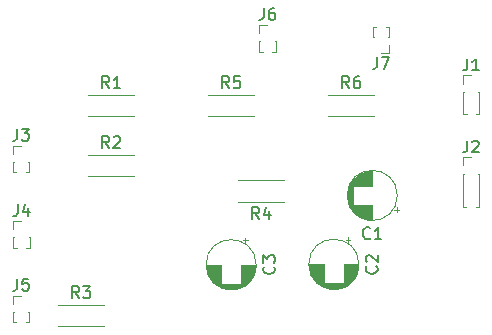
<source format=gbr>
%TF.GenerationSoftware,KiCad,Pcbnew,(6.0.10-0)*%
%TF.CreationDate,2023-01-15T22:19:43+09:00*%
%TF.ProjectId,interface,696e7465-7266-4616-9365-2e6b69636164,rev?*%
%TF.SameCoordinates,Original*%
%TF.FileFunction,Legend,Top*%
%TF.FilePolarity,Positive*%
%FSLAX46Y46*%
G04 Gerber Fmt 4.6, Leading zero omitted, Abs format (unit mm)*
G04 Created by KiCad (PCBNEW (6.0.10-0)) date 2023-01-15 22:19:43*
%MOMM*%
%LPD*%
G01*
G04 APERTURE LIST*
%ADD10C,0.150000*%
%ADD11C,0.120000*%
G04 APERTURE END LIST*
D10*
%TO.C,R4*%
X142073333Y-103602380D02*
X141740000Y-103126190D01*
X141501904Y-103602380D02*
X141501904Y-102602380D01*
X141882857Y-102602380D01*
X141978095Y-102650000D01*
X142025714Y-102697619D01*
X142073333Y-102792857D01*
X142073333Y-102935714D01*
X142025714Y-103030952D01*
X141978095Y-103078571D01*
X141882857Y-103126190D01*
X141501904Y-103126190D01*
X142930476Y-102935714D02*
X142930476Y-103602380D01*
X142692380Y-102554761D02*
X142454285Y-103269047D01*
X143073333Y-103269047D01*
%TO.C,J4*%
X121621536Y-102348630D02*
X121621536Y-103062916D01*
X121573917Y-103205773D01*
X121478679Y-103301011D01*
X121335822Y-103348630D01*
X121240584Y-103348630D01*
X122526298Y-102681964D02*
X122526298Y-103348630D01*
X122288203Y-102301011D02*
X122050108Y-103015297D01*
X122669155Y-103015297D01*
%TO.C,J3*%
X121586666Y-95952380D02*
X121586666Y-96666666D01*
X121539047Y-96809523D01*
X121443809Y-96904761D01*
X121300952Y-96952380D01*
X121205714Y-96952380D01*
X121967619Y-95952380D02*
X122586666Y-95952380D01*
X122253333Y-96333333D01*
X122396190Y-96333333D01*
X122491428Y-96380952D01*
X122539047Y-96428571D01*
X122586666Y-96523809D01*
X122586666Y-96761904D01*
X122539047Y-96857142D01*
X122491428Y-96904761D01*
X122396190Y-96952380D01*
X122110476Y-96952380D01*
X122015238Y-96904761D01*
X121967619Y-96857142D01*
%TO.C,J6*%
X142448390Y-85747380D02*
X142448390Y-86461666D01*
X142400771Y-86604523D01*
X142305533Y-86699761D01*
X142162676Y-86747380D01*
X142067438Y-86747380D01*
X143353152Y-85747380D02*
X143162676Y-85747380D01*
X143067438Y-85795000D01*
X143019819Y-85842619D01*
X142924581Y-85985476D01*
X142876962Y-86175952D01*
X142876962Y-86556904D01*
X142924581Y-86652142D01*
X142972200Y-86699761D01*
X143067438Y-86747380D01*
X143257914Y-86747380D01*
X143353152Y-86699761D01*
X143400771Y-86652142D01*
X143448390Y-86556904D01*
X143448390Y-86318809D01*
X143400771Y-86223571D01*
X143353152Y-86175952D01*
X143257914Y-86128333D01*
X143067438Y-86128333D01*
X142972200Y-86175952D01*
X142924581Y-86223571D01*
X142876962Y-86318809D01*
%TO.C,R6*%
X149693333Y-92512380D02*
X149360000Y-92036190D01*
X149121904Y-92512380D02*
X149121904Y-91512380D01*
X149502857Y-91512380D01*
X149598095Y-91560000D01*
X149645714Y-91607619D01*
X149693333Y-91702857D01*
X149693333Y-91845714D01*
X149645714Y-91940952D01*
X149598095Y-91988571D01*
X149502857Y-92036190D01*
X149121904Y-92036190D01*
X150550476Y-91512380D02*
X150360000Y-91512380D01*
X150264761Y-91560000D01*
X150217142Y-91607619D01*
X150121904Y-91750476D01*
X150074285Y-91940952D01*
X150074285Y-92321904D01*
X150121904Y-92417142D01*
X150169523Y-92464761D01*
X150264761Y-92512380D01*
X150455238Y-92512380D01*
X150550476Y-92464761D01*
X150598095Y-92417142D01*
X150645714Y-92321904D01*
X150645714Y-92083809D01*
X150598095Y-91988571D01*
X150550476Y-91940952D01*
X150455238Y-91893333D01*
X150264761Y-91893333D01*
X150169523Y-91940952D01*
X150121904Y-91988571D01*
X150074285Y-92083809D01*
%TO.C,R5*%
X139533333Y-92512380D02*
X139200000Y-92036190D01*
X138961904Y-92512380D02*
X138961904Y-91512380D01*
X139342857Y-91512380D01*
X139438095Y-91560000D01*
X139485714Y-91607619D01*
X139533333Y-91702857D01*
X139533333Y-91845714D01*
X139485714Y-91940952D01*
X139438095Y-91988571D01*
X139342857Y-92036190D01*
X138961904Y-92036190D01*
X140438095Y-91512380D02*
X139961904Y-91512380D01*
X139914285Y-91988571D01*
X139961904Y-91940952D01*
X140057142Y-91893333D01*
X140295238Y-91893333D01*
X140390476Y-91940952D01*
X140438095Y-91988571D01*
X140485714Y-92083809D01*
X140485714Y-92321904D01*
X140438095Y-92417142D01*
X140390476Y-92464761D01*
X140295238Y-92512380D01*
X140057142Y-92512380D01*
X139961904Y-92464761D01*
X139914285Y-92417142D01*
%TO.C,R3*%
X126833333Y-110292380D02*
X126500000Y-109816190D01*
X126261904Y-110292380D02*
X126261904Y-109292380D01*
X126642857Y-109292380D01*
X126738095Y-109340000D01*
X126785714Y-109387619D01*
X126833333Y-109482857D01*
X126833333Y-109625714D01*
X126785714Y-109720952D01*
X126738095Y-109768571D01*
X126642857Y-109816190D01*
X126261904Y-109816190D01*
X127166666Y-109292380D02*
X127785714Y-109292380D01*
X127452380Y-109673333D01*
X127595238Y-109673333D01*
X127690476Y-109720952D01*
X127738095Y-109768571D01*
X127785714Y-109863809D01*
X127785714Y-110101904D01*
X127738095Y-110197142D01*
X127690476Y-110244761D01*
X127595238Y-110292380D01*
X127309523Y-110292380D01*
X127214285Y-110244761D01*
X127166666Y-110197142D01*
%TO.C,R2*%
X129373333Y-97592380D02*
X129040000Y-97116190D01*
X128801904Y-97592380D02*
X128801904Y-96592380D01*
X129182857Y-96592380D01*
X129278095Y-96640000D01*
X129325714Y-96687619D01*
X129373333Y-96782857D01*
X129373333Y-96925714D01*
X129325714Y-97020952D01*
X129278095Y-97068571D01*
X129182857Y-97116190D01*
X128801904Y-97116190D01*
X129754285Y-96687619D02*
X129801904Y-96640000D01*
X129897142Y-96592380D01*
X130135238Y-96592380D01*
X130230476Y-96640000D01*
X130278095Y-96687619D01*
X130325714Y-96782857D01*
X130325714Y-96878095D01*
X130278095Y-97020952D01*
X129706666Y-97592380D01*
X130325714Y-97592380D01*
%TO.C,R1*%
X129373333Y-92512380D02*
X129040000Y-92036190D01*
X128801904Y-92512380D02*
X128801904Y-91512380D01*
X129182857Y-91512380D01*
X129278095Y-91560000D01*
X129325714Y-91607619D01*
X129373333Y-91702857D01*
X129373333Y-91845714D01*
X129325714Y-91940952D01*
X129278095Y-91988571D01*
X129182857Y-92036190D01*
X128801904Y-92036190D01*
X130325714Y-92512380D02*
X129754285Y-92512380D01*
X130040000Y-92512380D02*
X130040000Y-91512380D01*
X129944761Y-91655238D01*
X129849523Y-91750476D01*
X129754285Y-91798095D01*
%TO.C,J7*%
X152066666Y-89871130D02*
X152066666Y-90585416D01*
X152019047Y-90728273D01*
X151923809Y-90823511D01*
X151780952Y-90871130D01*
X151685714Y-90871130D01*
X152447619Y-89871130D02*
X153114285Y-89871130D01*
X152685714Y-90871130D01*
%TO.C,J5*%
X121586666Y-108652380D02*
X121586666Y-109366666D01*
X121539047Y-109509523D01*
X121443809Y-109604761D01*
X121300952Y-109652380D01*
X121205714Y-109652380D01*
X122539047Y-108652380D02*
X122062857Y-108652380D01*
X122015238Y-109128571D01*
X122062857Y-109080952D01*
X122158095Y-109033333D01*
X122396190Y-109033333D01*
X122491428Y-109080952D01*
X122539047Y-109128571D01*
X122586666Y-109223809D01*
X122586666Y-109461904D01*
X122539047Y-109557142D01*
X122491428Y-109604761D01*
X122396190Y-109652380D01*
X122158095Y-109652380D01*
X122062857Y-109604761D01*
X122015238Y-109557142D01*
%TO.C,J2*%
X159686666Y-96952380D02*
X159686666Y-97666666D01*
X159639047Y-97809523D01*
X159543809Y-97904761D01*
X159400952Y-97952380D01*
X159305714Y-97952380D01*
X160115238Y-97047619D02*
X160162857Y-97000000D01*
X160258095Y-96952380D01*
X160496190Y-96952380D01*
X160591428Y-97000000D01*
X160639047Y-97047619D01*
X160686666Y-97142857D01*
X160686666Y-97238095D01*
X160639047Y-97380952D01*
X160067619Y-97952380D01*
X160686666Y-97952380D01*
%TO.C,J1*%
X159698692Y-90017380D02*
X159698692Y-90731666D01*
X159651073Y-90874523D01*
X159555835Y-90969761D01*
X159412978Y-91017380D01*
X159317740Y-91017380D01*
X160698692Y-91017380D02*
X160127264Y-91017380D01*
X160412978Y-91017380D02*
X160412978Y-90017380D01*
X160317740Y-90160238D01*
X160222502Y-90255476D01*
X160127264Y-90303095D01*
%TO.C,C3*%
X143307142Y-107634112D02*
X143354761Y-107681731D01*
X143402380Y-107824588D01*
X143402380Y-107919826D01*
X143354761Y-108062684D01*
X143259523Y-108157922D01*
X143164285Y-108205541D01*
X142973809Y-108253160D01*
X142830952Y-108253160D01*
X142640476Y-108205541D01*
X142545238Y-108157922D01*
X142450000Y-108062684D01*
X142402380Y-107919826D01*
X142402380Y-107824588D01*
X142450000Y-107681731D01*
X142497619Y-107634112D01*
X142402380Y-107300779D02*
X142402380Y-106681731D01*
X142783333Y-107015065D01*
X142783333Y-106872207D01*
X142830952Y-106776969D01*
X142878571Y-106729350D01*
X142973809Y-106681731D01*
X143211904Y-106681731D01*
X143307142Y-106729350D01*
X143354761Y-106776969D01*
X143402380Y-106872207D01*
X143402380Y-107157922D01*
X143354761Y-107253160D01*
X143307142Y-107300779D01*
%TO.C,C2*%
X152007142Y-107596666D02*
X152054761Y-107644285D01*
X152102380Y-107787142D01*
X152102380Y-107882380D01*
X152054761Y-108025238D01*
X151959523Y-108120476D01*
X151864285Y-108168095D01*
X151673809Y-108215714D01*
X151530952Y-108215714D01*
X151340476Y-108168095D01*
X151245238Y-108120476D01*
X151150000Y-108025238D01*
X151102380Y-107882380D01*
X151102380Y-107787142D01*
X151150000Y-107644285D01*
X151197619Y-107596666D01*
X151197619Y-107215714D02*
X151150000Y-107168095D01*
X151102380Y-107072857D01*
X151102380Y-106834761D01*
X151150000Y-106739523D01*
X151197619Y-106691904D01*
X151292857Y-106644285D01*
X151388095Y-106644285D01*
X151530952Y-106691904D01*
X152102380Y-107263333D01*
X152102380Y-106644285D01*
%TO.C,C1*%
X151483333Y-105207142D02*
X151435714Y-105254761D01*
X151292857Y-105302380D01*
X151197619Y-105302380D01*
X151054761Y-105254761D01*
X150959523Y-105159523D01*
X150911904Y-105064285D01*
X150864285Y-104873809D01*
X150864285Y-104730952D01*
X150911904Y-104540476D01*
X150959523Y-104445238D01*
X151054761Y-104350000D01*
X151197619Y-104302380D01*
X151292857Y-104302380D01*
X151435714Y-104350000D01*
X151483333Y-104397619D01*
X152435714Y-105302380D02*
X151864285Y-105302380D01*
X152150000Y-105302380D02*
X152150000Y-104302380D01*
X152054761Y-104445238D01*
X151959523Y-104540476D01*
X151864285Y-104588095D01*
D11*
%TO.C,R4*%
X144160000Y-100310000D02*
X140320000Y-100310000D01*
X144160000Y-102150000D02*
X140320000Y-102150000D01*
%TO.C,J4*%
X121259870Y-105141250D02*
X121346594Y-105141250D01*
X121259870Y-103771250D02*
X121954870Y-103771250D01*
X121259870Y-105141250D02*
X121259870Y-106016250D01*
X121259870Y-106016250D02*
X121560377Y-106016250D01*
X122563146Y-105141250D02*
X122649870Y-105141250D01*
X122349363Y-106016250D02*
X122649870Y-106016250D01*
X121259870Y-104456250D02*
X121259870Y-103771250D01*
X122649870Y-105141250D02*
X122649870Y-106016250D01*
%TO.C,J3*%
X121225000Y-98745000D02*
X121311724Y-98745000D01*
X121225000Y-97375000D02*
X121920000Y-97375000D01*
X121225000Y-98745000D02*
X121225000Y-99620000D01*
X121225000Y-99620000D02*
X121525507Y-99620000D01*
X122528276Y-98745000D02*
X122615000Y-98745000D01*
X122314493Y-99620000D02*
X122615000Y-99620000D01*
X121225000Y-98060000D02*
X121225000Y-97375000D01*
X122615000Y-98745000D02*
X122615000Y-99620000D01*
%TO.C,J6*%
X142086724Y-88540000D02*
X142173448Y-88540000D01*
X142086724Y-87170000D02*
X142781724Y-87170000D01*
X142086724Y-88540000D02*
X142086724Y-89415000D01*
X142086724Y-89415000D02*
X142387231Y-89415000D01*
X143390000Y-88540000D02*
X143476724Y-88540000D01*
X143176217Y-89415000D02*
X143476724Y-89415000D01*
X142086724Y-87855000D02*
X142086724Y-87170000D01*
X143476724Y-88540000D02*
X143476724Y-89415000D01*
%TO.C,R6*%
X147940000Y-94900000D02*
X151780000Y-94900000D01*
X147940000Y-93060000D02*
X151780000Y-93060000D01*
%TO.C,R5*%
X137780000Y-94900000D02*
X141620000Y-94900000D01*
X137780000Y-93060000D02*
X141620000Y-93060000D01*
%TO.C,R3*%
X125080000Y-112680000D02*
X128920000Y-112680000D01*
X125080000Y-110840000D02*
X128920000Y-110840000D01*
%TO.C,R2*%
X127620000Y-99980000D02*
X131460000Y-99980000D01*
X127620000Y-98140000D02*
X131460000Y-98140000D01*
%TO.C,R1*%
X127620000Y-94900000D02*
X131460000Y-94900000D01*
X127620000Y-93060000D02*
X131460000Y-93060000D01*
%TO.C,J7*%
X153095000Y-88173750D02*
X153008276Y-88173750D01*
X153095000Y-89543750D02*
X152400000Y-89543750D01*
X153095000Y-88173750D02*
X153095000Y-87298750D01*
X153095000Y-87298750D02*
X152794493Y-87298750D01*
X151791724Y-88173750D02*
X151705000Y-88173750D01*
X152005507Y-87298750D02*
X151705000Y-87298750D01*
X153095000Y-88858750D02*
X153095000Y-89543750D01*
X151705000Y-88173750D02*
X151705000Y-87298750D01*
%TO.C,J5*%
X121225000Y-111445000D02*
X121311724Y-111445000D01*
X121225000Y-110075000D02*
X121920000Y-110075000D01*
X121225000Y-111445000D02*
X121225000Y-112320000D01*
X121225000Y-112320000D02*
X121525507Y-112320000D01*
X122528276Y-111445000D02*
X122615000Y-111445000D01*
X122314493Y-112320000D02*
X122615000Y-112320000D01*
X121225000Y-110760000D02*
X121225000Y-110075000D01*
X122615000Y-111445000D02*
X122615000Y-112320000D01*
%TO.C,J2*%
X159325000Y-98375000D02*
X160020000Y-98375000D01*
X159325000Y-99745000D02*
X159325000Y-102620000D01*
X159325000Y-99060000D02*
X159325000Y-98375000D01*
X159325000Y-99745000D02*
X159411724Y-99745000D01*
X160414493Y-102620000D02*
X160715000Y-102620000D01*
X160628276Y-99745000D02*
X160715000Y-99745000D01*
X159325000Y-102620000D02*
X159625507Y-102620000D01*
X160715000Y-99745000D02*
X160715000Y-102620000D01*
%TO.C,J1*%
X159337026Y-92125000D02*
X159337026Y-91440000D01*
X159337026Y-92810000D02*
X159337026Y-94685000D01*
X160426519Y-94685000D02*
X160727026Y-94685000D01*
X159337026Y-94685000D02*
X159637533Y-94685000D01*
X159337026Y-91440000D02*
X160032026Y-91440000D01*
X160640302Y-92810000D02*
X160727026Y-92810000D01*
X159337026Y-92810000D02*
X159423750Y-92810000D01*
X160727026Y-92810000D02*
X160727026Y-94685000D01*
%TO.C,C3*%
X138860000Y-108748446D02*
X138050000Y-108748446D01*
X138860000Y-107507446D02*
X137620000Y-107507446D01*
X141694000Y-108067446D02*
X140540000Y-108067446D01*
X138860000Y-108868446D02*
X138148000Y-108868446D01*
X138860000Y-108908446D02*
X138184000Y-108908446D01*
X141624000Y-108268446D02*
X140540000Y-108268446D01*
X140954000Y-109148446D02*
X138446000Y-109148446D01*
X141716000Y-107987446D02*
X140540000Y-107987446D01*
X141780000Y-107467446D02*
X140540000Y-107467446D01*
X141460000Y-108588446D02*
X140540000Y-108588446D01*
X138860000Y-108628446D02*
X137965000Y-108628446D01*
X141780000Y-107507446D02*
X140540000Y-107507446D01*
X138860000Y-109028446D02*
X138304000Y-109028446D01*
X141750000Y-107827446D02*
X140540000Y-107827446D01*
X141530000Y-108468446D02*
X140540000Y-108468446D01*
X141654000Y-108188446D02*
X140540000Y-108188446D01*
X138860000Y-108188446D02*
X137746000Y-108188446D01*
X138860000Y-107627446D02*
X137626000Y-107627446D01*
X140237000Y-109508446D02*
X139163000Y-109508446D01*
X140713000Y-109308446D02*
X138687000Y-109308446D01*
X140070000Y-109548446D02*
X139330000Y-109548446D01*
X141705000Y-108027446D02*
X140540000Y-108027446D01*
X141640000Y-108228446D02*
X140540000Y-108228446D01*
X138860000Y-107707446D02*
X137633000Y-107707446D01*
X138860000Y-108228446D02*
X137760000Y-108228446D01*
X141350000Y-108748446D02*
X140540000Y-108748446D01*
X141668000Y-108147446D02*
X140540000Y-108147446D01*
X138860000Y-107787446D02*
X137644000Y-107787446D01*
X138860000Y-108708446D02*
X138020000Y-108708446D01*
X138860000Y-107907446D02*
X137666000Y-107907446D01*
X140842000Y-109228446D02*
X138558000Y-109228446D01*
X138860000Y-108268446D02*
X137776000Y-108268446D01*
X141682000Y-108107446D02*
X140540000Y-108107446D01*
X141252000Y-108868446D02*
X140540000Y-108868446D01*
X138860000Y-107947446D02*
X137675000Y-107947446D01*
X140780000Y-109268446D02*
X138620000Y-109268446D01*
X138860000Y-108948446D02*
X138222000Y-108948446D01*
X141589000Y-108348446D02*
X140540000Y-108348446D01*
X140895000Y-105197645D02*
X140895000Y-105597645D01*
X138860000Y-108468446D02*
X137870000Y-108468446D01*
X141095000Y-105397645D02*
X140695000Y-105397645D01*
X138860000Y-107827446D02*
X137650000Y-107827446D01*
X141779000Y-107547446D02*
X140540000Y-107547446D01*
X138860000Y-107987446D02*
X137684000Y-107987446D01*
X141762000Y-107747446D02*
X140540000Y-107747446D01*
X140559000Y-109388446D02*
X138841000Y-109388446D01*
X138860000Y-107667446D02*
X137629000Y-107667446D01*
X141734000Y-107907446D02*
X140540000Y-107907446D01*
X138860000Y-108588446D02*
X137940000Y-108588446D01*
X141178000Y-108948446D02*
X140540000Y-108948446D01*
X138860000Y-108067446D02*
X137706000Y-108067446D01*
X138860000Y-108988446D02*
X138262000Y-108988446D01*
X141380000Y-108708446D02*
X140540000Y-108708446D01*
X138860000Y-108308446D02*
X137793000Y-108308446D01*
X141767000Y-107707446D02*
X140540000Y-107707446D01*
X141435000Y-108628446D02*
X140540000Y-108628446D01*
X141051000Y-109068446D02*
X138349000Y-109068446D01*
X141508000Y-108508446D02*
X140540000Y-108508446D01*
X141725000Y-107947446D02*
X140540000Y-107947446D01*
X141096000Y-109028446D02*
X140540000Y-109028446D01*
X138860000Y-107547446D02*
X137621000Y-107547446D01*
X138860000Y-108428446D02*
X137849000Y-108428446D01*
X138860000Y-107467446D02*
X137620000Y-107467446D01*
X138860000Y-107747446D02*
X137638000Y-107747446D01*
X140640000Y-109348446D02*
X138760000Y-109348446D01*
X141485000Y-108548446D02*
X140540000Y-108548446D01*
X141742000Y-107867446D02*
X140540000Y-107867446D01*
X138860000Y-108107446D02*
X137718000Y-108107446D01*
X138860000Y-108788446D02*
X138081000Y-108788446D01*
X138860000Y-108508446D02*
X137892000Y-108508446D01*
X141551000Y-108428446D02*
X140540000Y-108428446D01*
X141777000Y-107587446D02*
X140540000Y-107587446D01*
X140900000Y-109188446D02*
X138500000Y-109188446D01*
X138860000Y-108548446D02*
X137915000Y-108548446D01*
X141319000Y-108788446D02*
X140540000Y-108788446D01*
X138860000Y-107587446D02*
X137623000Y-107587446D01*
X141607000Y-108308446D02*
X140540000Y-108308446D01*
X138860000Y-108388446D02*
X137830000Y-108388446D01*
X138860000Y-107867446D02*
X137658000Y-107867446D01*
X140364000Y-109468446D02*
X139036000Y-109468446D01*
X141408000Y-108668446D02*
X140540000Y-108668446D01*
X141570000Y-108388446D02*
X140540000Y-108388446D01*
X141771000Y-107667446D02*
X140540000Y-107667446D01*
X138860000Y-108348446D02*
X137811000Y-108348446D01*
X138860000Y-108027446D02*
X137695000Y-108027446D01*
X138860000Y-108828446D02*
X138113000Y-108828446D01*
X141216000Y-108908446D02*
X140540000Y-108908446D01*
X141756000Y-107787446D02*
X140540000Y-107787446D01*
X140468000Y-109428446D02*
X138932000Y-109428446D01*
X138860000Y-108668446D02*
X137992000Y-108668446D01*
X141287000Y-108828446D02*
X140540000Y-108828446D01*
X138860000Y-108147446D02*
X137732000Y-108147446D01*
X141138000Y-108988446D02*
X140540000Y-108988446D01*
X141004000Y-109108446D02*
X138396000Y-109108446D01*
X141774000Y-107627446D02*
X140540000Y-107627446D01*
X141820000Y-107467446D02*
G75*
G03*
X141820000Y-107467446I-2120000J0D01*
G01*
%TO.C,C2*%
X147560000Y-108711000D02*
X146750000Y-108711000D01*
X147560000Y-107470000D02*
X146320000Y-107470000D01*
X150394000Y-108030000D02*
X149240000Y-108030000D01*
X147560000Y-108831000D02*
X146848000Y-108831000D01*
X147560000Y-108871000D02*
X146884000Y-108871000D01*
X150324000Y-108231000D02*
X149240000Y-108231000D01*
X149654000Y-109111000D02*
X147146000Y-109111000D01*
X150416000Y-107950000D02*
X149240000Y-107950000D01*
X150480000Y-107430000D02*
X149240000Y-107430000D01*
X150160000Y-108551000D02*
X149240000Y-108551000D01*
X147560000Y-108591000D02*
X146665000Y-108591000D01*
X150480000Y-107470000D02*
X149240000Y-107470000D01*
X147560000Y-108991000D02*
X147004000Y-108991000D01*
X150450000Y-107790000D02*
X149240000Y-107790000D01*
X150230000Y-108431000D02*
X149240000Y-108431000D01*
X150354000Y-108151000D02*
X149240000Y-108151000D01*
X147560000Y-108151000D02*
X146446000Y-108151000D01*
X147560000Y-107590000D02*
X146326000Y-107590000D01*
X148937000Y-109471000D02*
X147863000Y-109471000D01*
X149413000Y-109271000D02*
X147387000Y-109271000D01*
X148770000Y-109511000D02*
X148030000Y-109511000D01*
X150405000Y-107990000D02*
X149240000Y-107990000D01*
X150340000Y-108191000D02*
X149240000Y-108191000D01*
X147560000Y-107670000D02*
X146333000Y-107670000D01*
X147560000Y-108191000D02*
X146460000Y-108191000D01*
X150050000Y-108711000D02*
X149240000Y-108711000D01*
X150368000Y-108110000D02*
X149240000Y-108110000D01*
X147560000Y-107750000D02*
X146344000Y-107750000D01*
X147560000Y-108671000D02*
X146720000Y-108671000D01*
X147560000Y-107870000D02*
X146366000Y-107870000D01*
X149542000Y-109191000D02*
X147258000Y-109191000D01*
X147560000Y-108231000D02*
X146476000Y-108231000D01*
X150382000Y-108070000D02*
X149240000Y-108070000D01*
X149952000Y-108831000D02*
X149240000Y-108831000D01*
X147560000Y-107910000D02*
X146375000Y-107910000D01*
X149480000Y-109231000D02*
X147320000Y-109231000D01*
X147560000Y-108911000D02*
X146922000Y-108911000D01*
X150289000Y-108311000D02*
X149240000Y-108311000D01*
X149595000Y-105160199D02*
X149595000Y-105560199D01*
X147560000Y-108431000D02*
X146570000Y-108431000D01*
X149795000Y-105360199D02*
X149395000Y-105360199D01*
X147560000Y-107790000D02*
X146350000Y-107790000D01*
X150479000Y-107510000D02*
X149240000Y-107510000D01*
X147560000Y-107950000D02*
X146384000Y-107950000D01*
X150462000Y-107710000D02*
X149240000Y-107710000D01*
X149259000Y-109351000D02*
X147541000Y-109351000D01*
X147560000Y-107630000D02*
X146329000Y-107630000D01*
X150434000Y-107870000D02*
X149240000Y-107870000D01*
X147560000Y-108551000D02*
X146640000Y-108551000D01*
X149878000Y-108911000D02*
X149240000Y-108911000D01*
X147560000Y-108030000D02*
X146406000Y-108030000D01*
X147560000Y-108951000D02*
X146962000Y-108951000D01*
X150080000Y-108671000D02*
X149240000Y-108671000D01*
X147560000Y-108271000D02*
X146493000Y-108271000D01*
X150467000Y-107670000D02*
X149240000Y-107670000D01*
X150135000Y-108591000D02*
X149240000Y-108591000D01*
X149751000Y-109031000D02*
X147049000Y-109031000D01*
X150208000Y-108471000D02*
X149240000Y-108471000D01*
X150425000Y-107910000D02*
X149240000Y-107910000D01*
X149796000Y-108991000D02*
X149240000Y-108991000D01*
X147560000Y-107510000D02*
X146321000Y-107510000D01*
X147560000Y-108391000D02*
X146549000Y-108391000D01*
X147560000Y-107430000D02*
X146320000Y-107430000D01*
X147560000Y-107710000D02*
X146338000Y-107710000D01*
X149340000Y-109311000D02*
X147460000Y-109311000D01*
X150185000Y-108511000D02*
X149240000Y-108511000D01*
X150442000Y-107830000D02*
X149240000Y-107830000D01*
X147560000Y-108070000D02*
X146418000Y-108070000D01*
X147560000Y-108751000D02*
X146781000Y-108751000D01*
X147560000Y-108471000D02*
X146592000Y-108471000D01*
X150251000Y-108391000D02*
X149240000Y-108391000D01*
X150477000Y-107550000D02*
X149240000Y-107550000D01*
X149600000Y-109151000D02*
X147200000Y-109151000D01*
X147560000Y-108511000D02*
X146615000Y-108511000D01*
X150019000Y-108751000D02*
X149240000Y-108751000D01*
X147560000Y-107550000D02*
X146323000Y-107550000D01*
X150307000Y-108271000D02*
X149240000Y-108271000D01*
X147560000Y-108351000D02*
X146530000Y-108351000D01*
X147560000Y-107830000D02*
X146358000Y-107830000D01*
X149064000Y-109431000D02*
X147736000Y-109431000D01*
X150108000Y-108631000D02*
X149240000Y-108631000D01*
X150270000Y-108351000D02*
X149240000Y-108351000D01*
X150471000Y-107630000D02*
X149240000Y-107630000D01*
X147560000Y-108311000D02*
X146511000Y-108311000D01*
X147560000Y-107990000D02*
X146395000Y-107990000D01*
X147560000Y-108791000D02*
X146813000Y-108791000D01*
X149916000Y-108871000D02*
X149240000Y-108871000D01*
X150456000Y-107750000D02*
X149240000Y-107750000D01*
X149168000Y-109391000D02*
X147632000Y-109391000D01*
X147560000Y-108631000D02*
X146692000Y-108631000D01*
X149987000Y-108791000D02*
X149240000Y-108791000D01*
X147560000Y-108110000D02*
X146432000Y-108110000D01*
X149838000Y-108951000D02*
X149240000Y-108951000D01*
X149704000Y-109071000D02*
X147096000Y-109071000D01*
X150474000Y-107590000D02*
X149240000Y-107590000D01*
X150520000Y-107430000D02*
G75*
G03*
X150520000Y-107430000I-2120000J0D01*
G01*
%TO.C,C1*%
X150369000Y-100760000D02*
X150369000Y-99950000D01*
X151610000Y-100760000D02*
X151610000Y-99520000D01*
X151050000Y-103594000D02*
X151050000Y-102440000D01*
X150249000Y-100760000D02*
X150249000Y-100048000D01*
X150209000Y-100760000D02*
X150209000Y-100084000D01*
X150849000Y-103524000D02*
X150849000Y-102440000D01*
X149969000Y-102854000D02*
X149969000Y-100346000D01*
X151130000Y-103616000D02*
X151130000Y-102440000D01*
X151650000Y-103680000D02*
X151650000Y-102440000D01*
X150529000Y-103360000D02*
X150529000Y-102440000D01*
X150489000Y-100760000D02*
X150489000Y-99865000D01*
X151610000Y-103680000D02*
X151610000Y-102440000D01*
X150089000Y-100760000D02*
X150089000Y-100204000D01*
X151290000Y-103650000D02*
X151290000Y-102440000D01*
X150649000Y-103430000D02*
X150649000Y-102440000D01*
X150929000Y-103554000D02*
X150929000Y-102440000D01*
X150929000Y-100760000D02*
X150929000Y-99646000D01*
X151490000Y-100760000D02*
X151490000Y-99526000D01*
X149609000Y-102137000D02*
X149609000Y-101063000D01*
X149809000Y-102613000D02*
X149809000Y-100587000D01*
X149569000Y-101970000D02*
X149569000Y-101230000D01*
X151090000Y-103605000D02*
X151090000Y-102440000D01*
X150889000Y-103540000D02*
X150889000Y-102440000D01*
X151410000Y-100760000D02*
X151410000Y-99533000D01*
X150889000Y-100760000D02*
X150889000Y-99660000D01*
X150369000Y-103250000D02*
X150369000Y-102440000D01*
X150970000Y-103568000D02*
X150970000Y-102440000D01*
X151330000Y-100760000D02*
X151330000Y-99544000D01*
X150409000Y-100760000D02*
X150409000Y-99920000D01*
X151210000Y-100760000D02*
X151210000Y-99566000D01*
X149889000Y-102742000D02*
X149889000Y-100458000D01*
X150849000Y-100760000D02*
X150849000Y-99676000D01*
X151010000Y-103582000D02*
X151010000Y-102440000D01*
X150249000Y-103152000D02*
X150249000Y-102440000D01*
X151170000Y-100760000D02*
X151170000Y-99575000D01*
X149849000Y-102680000D02*
X149849000Y-100520000D01*
X150169000Y-100760000D02*
X150169000Y-100122000D01*
X150769000Y-103489000D02*
X150769000Y-102440000D01*
X153919801Y-102795000D02*
X153519801Y-102795000D01*
X150649000Y-100760000D02*
X150649000Y-99770000D01*
X153719801Y-102995000D02*
X153719801Y-102595000D01*
X151290000Y-100760000D02*
X151290000Y-99550000D01*
X151570000Y-103679000D02*
X151570000Y-102440000D01*
X151130000Y-100760000D02*
X151130000Y-99584000D01*
X151370000Y-103662000D02*
X151370000Y-102440000D01*
X149729000Y-102459000D02*
X149729000Y-100741000D01*
X151450000Y-100760000D02*
X151450000Y-99529000D01*
X151210000Y-103634000D02*
X151210000Y-102440000D01*
X150529000Y-100760000D02*
X150529000Y-99840000D01*
X150169000Y-103078000D02*
X150169000Y-102440000D01*
X151050000Y-100760000D02*
X151050000Y-99606000D01*
X150129000Y-100760000D02*
X150129000Y-100162000D01*
X150409000Y-103280000D02*
X150409000Y-102440000D01*
X150809000Y-100760000D02*
X150809000Y-99693000D01*
X151410000Y-103667000D02*
X151410000Y-102440000D01*
X150489000Y-103335000D02*
X150489000Y-102440000D01*
X150049000Y-102951000D02*
X150049000Y-100249000D01*
X150609000Y-103408000D02*
X150609000Y-102440000D01*
X151170000Y-103625000D02*
X151170000Y-102440000D01*
X150089000Y-102996000D02*
X150089000Y-102440000D01*
X151570000Y-100760000D02*
X151570000Y-99521000D01*
X150689000Y-100760000D02*
X150689000Y-99749000D01*
X151650000Y-100760000D02*
X151650000Y-99520000D01*
X151370000Y-100760000D02*
X151370000Y-99538000D01*
X149769000Y-102540000D02*
X149769000Y-100660000D01*
X150569000Y-103385000D02*
X150569000Y-102440000D01*
X151250000Y-103642000D02*
X151250000Y-102440000D01*
X151010000Y-100760000D02*
X151010000Y-99618000D01*
X150329000Y-100760000D02*
X150329000Y-99981000D01*
X150609000Y-100760000D02*
X150609000Y-99792000D01*
X150689000Y-103451000D02*
X150689000Y-102440000D01*
X151530000Y-103677000D02*
X151530000Y-102440000D01*
X149929000Y-102800000D02*
X149929000Y-100400000D01*
X150569000Y-100760000D02*
X150569000Y-99815000D01*
X150329000Y-103219000D02*
X150329000Y-102440000D01*
X151530000Y-100760000D02*
X151530000Y-99523000D01*
X150809000Y-103507000D02*
X150809000Y-102440000D01*
X150729000Y-100760000D02*
X150729000Y-99730000D01*
X151250000Y-100760000D02*
X151250000Y-99558000D01*
X149649000Y-102264000D02*
X149649000Y-100936000D01*
X150449000Y-103308000D02*
X150449000Y-102440000D01*
X150729000Y-103470000D02*
X150729000Y-102440000D01*
X151450000Y-103671000D02*
X151450000Y-102440000D01*
X150769000Y-100760000D02*
X150769000Y-99711000D01*
X151090000Y-100760000D02*
X151090000Y-99595000D01*
X150289000Y-100760000D02*
X150289000Y-100013000D01*
X150209000Y-103116000D02*
X150209000Y-102440000D01*
X151330000Y-103656000D02*
X151330000Y-102440000D01*
X149689000Y-102368000D02*
X149689000Y-100832000D01*
X150449000Y-100760000D02*
X150449000Y-99892000D01*
X150289000Y-103187000D02*
X150289000Y-102440000D01*
X150970000Y-100760000D02*
X150970000Y-99632000D01*
X150129000Y-103038000D02*
X150129000Y-102440000D01*
X150009000Y-102904000D02*
X150009000Y-100296000D01*
X151490000Y-103674000D02*
X151490000Y-102440000D01*
X153770000Y-101600000D02*
G75*
G03*
X153770000Y-101600000I-2120000J0D01*
G01*
%TD*%
M02*

</source>
